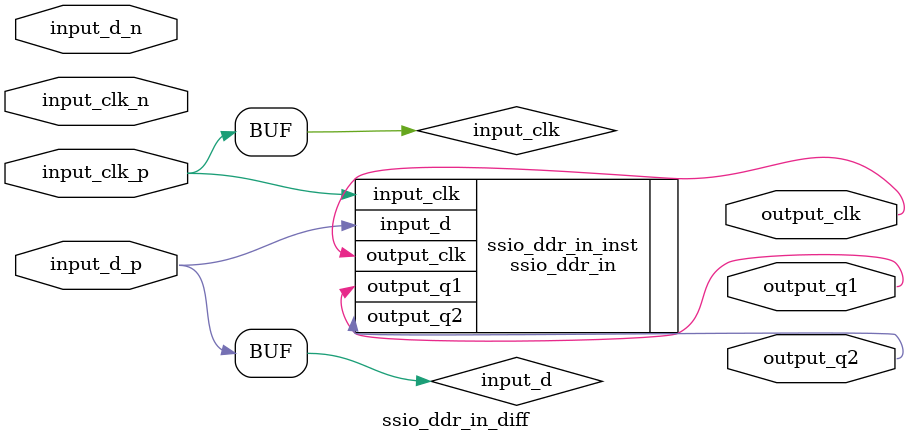
<source format=v>


`resetall
`timescale 1ns / 1ps
`default_nettype none

/*
 * Generic source synchronous DDR input
 */
module ssio_ddr_in_diff #
(
    // target ("SIM", "GENERIC", "XILINX", "ALTERA")
    parameter TARGET = "GENERIC",
    // IODDR style ("IODDR", "IODDR2")
    // Use IODDR for Virtex-4, Virtex-5, Virtex-6, 7 Series, Ultrascale
    // Use IODDR2 for Spartan-6
    parameter IODDR_STYLE = "IODDR2",
    // Clock input style ("BUFG", "BUFR", "BUFIO", "BUFIO2")
    // Use BUFR for Virtex-6, 7-series
    // Use BUFG for Virtex-5, Spartan-6, Ultrascale
    parameter CLOCK_INPUT_STYLE = "BUFG",
    // Width of register in bits
    parameter WIDTH = 1
)
(
    input  wire             input_clk_p,
    input  wire             input_clk_n,

    input  wire [WIDTH-1:0] input_d_p,
    input  wire [WIDTH-1:0] input_d_n,

    output wire             output_clk,

    output wire [WIDTH-1:0] output_q1,
    output wire [WIDTH-1:0] output_q2
);

wire input_clk;
wire [WIDTH-1:0] input_d;

genvar n;

generate

if (TARGET == "XILINX") begin
    IBUFDS
    clk_ibufds_inst (
        .I(input_clk_p),
        .IB(input_clk_n),
        .O(input_clk)
    );
    for (n = 0; n < WIDTH; n = n + 1) begin
        IBUFDS
        data_ibufds_inst (
            .I(input_d_p[n]),
            .IB(input_d_n[n]),
            .O(input_d[n])
        );
    end
end else if (TARGET == "ALTERA") begin
    ALT_INBUF_DIFF
    clk_inbuf_diff_inst (
        .i(input_clk_p),
        .ibar(input_clk_n),
        .o(input_clk)
    );
    for (n = 0; n < WIDTH; n = n + 1) begin
        ALT_INBUF_DIFF
        data_inbuf_diff_inst (
            .i(input_d_p[n]),
            .ibar(input_d_n[n]),
            .o(input_d[n])
        );
    end
end else begin
    assign input_clk = input_clk_p;
    assign input_d = input_d_p;
end

endgenerate

ssio_ddr_in #(
    .TARGET(TARGET),
    .IODDR_STYLE(IODDR_STYLE),
    .CLOCK_INPUT_STYLE(CLOCK_INPUT_STYLE),
    .WIDTH(WIDTH)
)
ssio_ddr_in_inst(
    .input_clk(input_clk),
    .input_d(input_d),
    .output_clk(output_clk),
    .output_q1(output_q1),
    .output_q2(output_q2)
);

endmodule

`resetall

</source>
